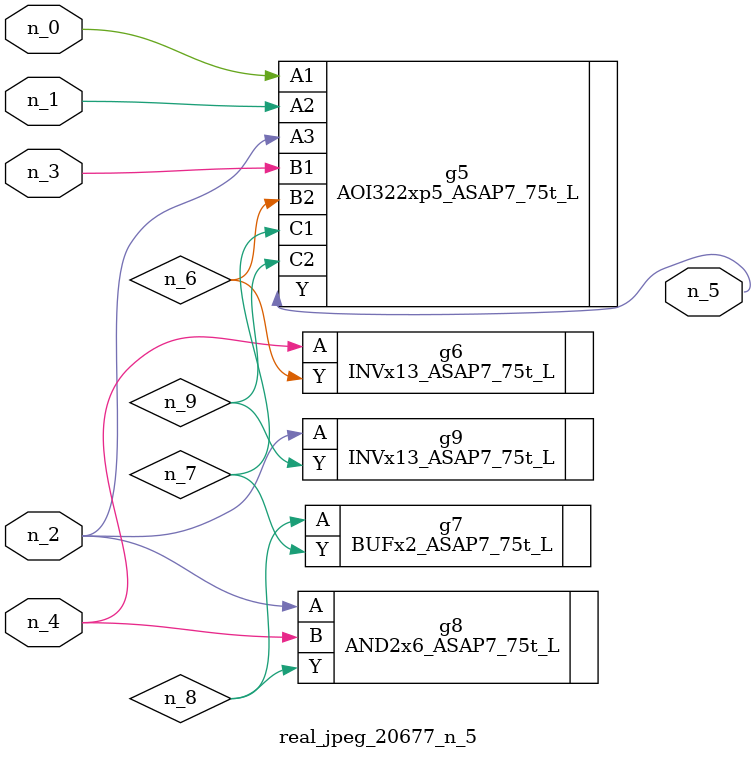
<source format=v>
module real_jpeg_20677_n_5 (n_4, n_0, n_1, n_2, n_3, n_5);

input n_4;
input n_0;
input n_1;
input n_2;
input n_3;

output n_5;

wire n_8;
wire n_6;
wire n_7;
wire n_9;

AOI322xp5_ASAP7_75t_L g5 ( 
.A1(n_0),
.A2(n_1),
.A3(n_2),
.B1(n_3),
.B2(n_6),
.C1(n_7),
.C2(n_9),
.Y(n_5)
);

AND2x6_ASAP7_75t_L g8 ( 
.A(n_2),
.B(n_4),
.Y(n_8)
);

INVx13_ASAP7_75t_L g9 ( 
.A(n_2),
.Y(n_9)
);

INVx13_ASAP7_75t_L g6 ( 
.A(n_4),
.Y(n_6)
);

BUFx2_ASAP7_75t_L g7 ( 
.A(n_8),
.Y(n_7)
);


endmodule
</source>
